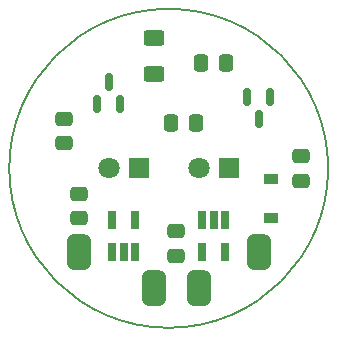
<source format=gts>
G04 #@! TF.GenerationSoftware,KiCad,Pcbnew,6.0.8-f2edbf62ab~116~ubuntu20.04.1*
G04 #@! TF.CreationDate,2022-10-20T17:58:05+02:00*
G04 #@! TF.ProjectId,IR-Lese-Schreibkopf,49522d4c-6573-4652-9d53-636872656962,rev?*
G04 #@! TF.SameCoordinates,Original*
G04 #@! TF.FileFunction,Soldermask,Top*
G04 #@! TF.FilePolarity,Negative*
%FSLAX46Y46*%
G04 Gerber Fmt 4.6, Leading zero omitted, Abs format (unit mm)*
G04 Created by KiCad (PCBNEW 6.0.8-f2edbf62ab~116~ubuntu20.04.1) date 2022-10-20 17:58:05*
%MOMM*%
%LPD*%
G01*
G04 APERTURE LIST*
G04 Aperture macros list*
%AMRoundRect*
0 Rectangle with rounded corners*
0 $1 Rounding radius*
0 $2 $3 $4 $5 $6 $7 $8 $9 X,Y pos of 4 corners*
0 Add a 4 corners polygon primitive as box body*
4,1,4,$2,$3,$4,$5,$6,$7,$8,$9,$2,$3,0*
0 Add four circle primitives for the rounded corners*
1,1,$1+$1,$2,$3*
1,1,$1+$1,$4,$5*
1,1,$1+$1,$6,$7*
1,1,$1+$1,$8,$9*
0 Add four rect primitives between the rounded corners*
20,1,$1+$1,$2,$3,$4,$5,0*
20,1,$1+$1,$4,$5,$6,$7,0*
20,1,$1+$1,$6,$7,$8,$9,0*
20,1,$1+$1,$8,$9,$2,$3,0*%
G04 Aperture macros list end*
G04 #@! TA.AperFunction,Profile*
%ADD10C,0.200000*%
G04 #@! TD*
%ADD11RoundRect,0.150000X-0.150000X0.587500X-0.150000X-0.587500X0.150000X-0.587500X0.150000X0.587500X0*%
%ADD12RoundRect,0.500000X-0.500000X-1.000000X0.500000X-1.000000X0.500000X1.000000X-0.500000X1.000000X0*%
%ADD13R,1.200000X0.900000*%
%ADD14RoundRect,0.250000X-0.475000X0.337500X-0.475000X-0.337500X0.475000X-0.337500X0.475000X0.337500X0*%
%ADD15RoundRect,0.500000X0.500000X1.000000X-0.500000X1.000000X-0.500000X-1.000000X0.500000X-1.000000X0*%
%ADD16RoundRect,0.250000X0.337500X0.475000X-0.337500X0.475000X-0.337500X-0.475000X0.337500X-0.475000X0*%
%ADD17RoundRect,0.250000X0.475000X-0.337500X0.475000X0.337500X-0.475000X0.337500X-0.475000X-0.337500X0*%
%ADD18R,0.650000X1.560000*%
%ADD19RoundRect,0.250000X0.625000X-0.400000X0.625000X0.400000X-0.625000X0.400000X-0.625000X-0.400000X0*%
%ADD20RoundRect,0.250000X-0.337500X-0.475000X0.337500X-0.475000X0.337500X0.475000X-0.337500X0.475000X0*%
%ADD21RoundRect,0.150000X0.150000X-0.587500X0.150000X0.587500X-0.150000X0.587500X-0.150000X-0.587500X0*%
%ADD22R,1.800000X1.800000*%
%ADD23C,1.800000*%
G04 APERTURE END LIST*
D10*
X150660000Y-99060000D02*
G75*
G03*
X150660000Y-99060000I-13500000J0D01*
G01*
D11*
X145730000Y-93042500D03*
X143830000Y-93042500D03*
X144780000Y-94917500D03*
D12*
X139700000Y-109220000D03*
D13*
X145796000Y-99950000D03*
X145796000Y-103250000D03*
D14*
X148336000Y-98022500D03*
X148336000Y-100097500D03*
D15*
X144780000Y-106172000D03*
D16*
X139467500Y-95250000D03*
X137392500Y-95250000D03*
D12*
X135890000Y-109220000D03*
D17*
X137795000Y-106447500D03*
X137795000Y-104372500D03*
X129540000Y-103272500D03*
X129540000Y-101197500D03*
D14*
X128270000Y-94847500D03*
X128270000Y-96922500D03*
D18*
X141920000Y-103425000D03*
X140970000Y-103425000D03*
X140020000Y-103425000D03*
X140020000Y-106125000D03*
X141920000Y-106125000D03*
X132400000Y-106125000D03*
X133350000Y-106125000D03*
X134300000Y-106125000D03*
X134300000Y-103425000D03*
X132400000Y-103425000D03*
D12*
X129540000Y-106172000D03*
D19*
X135890000Y-91085000D03*
X135890000Y-87985000D03*
D20*
X139932500Y-90170000D03*
X142007500Y-90170000D03*
D21*
X131130000Y-93647500D03*
X133030000Y-93647500D03*
X132080000Y-91772500D03*
D22*
X134620000Y-99060000D03*
D23*
X132080000Y-99060000D03*
D22*
X142240000Y-99060000D03*
D23*
X139700000Y-99060000D03*
M02*

</source>
